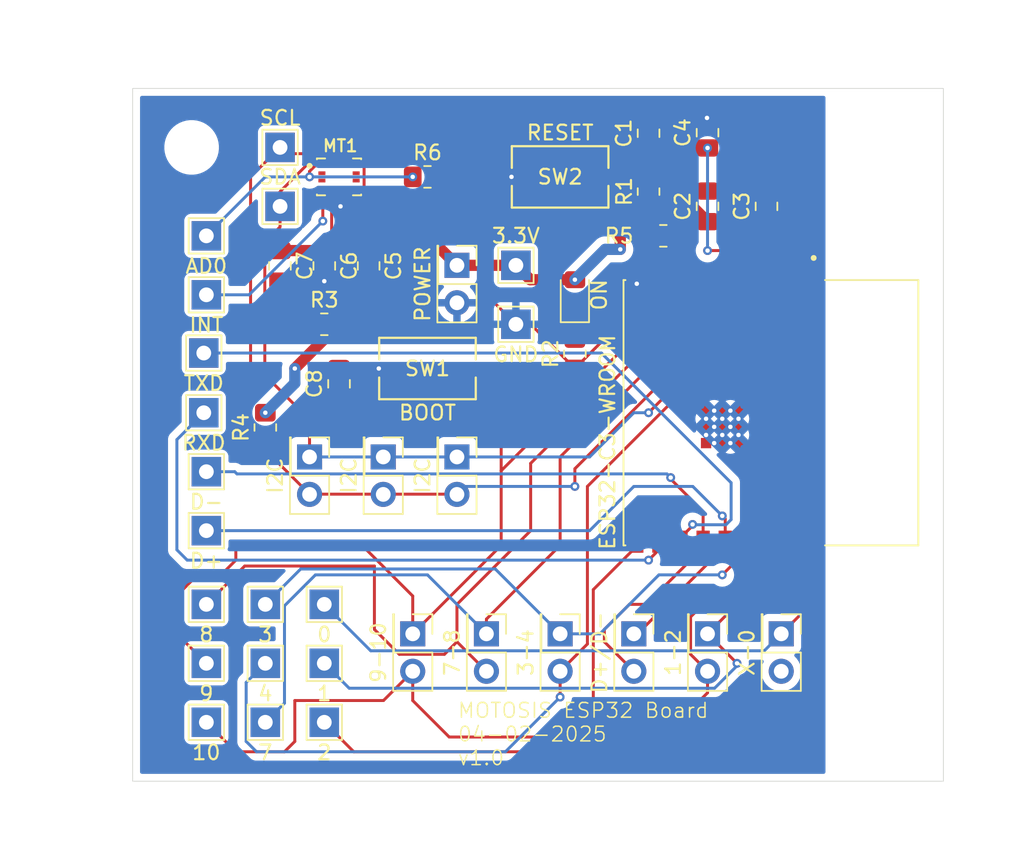
<source format=kicad_pcb>
(kicad_pcb (version 20240108) (generator "pcbnew") (generator_version "8.0")
  (layers (0 "F.Cu" signal) (31 "B.Cu" signal) (34 "B.Paste" user) (35 "F.Paste" user) (36 "B.SilkS" user "B.Silkscreen") (37 "F.SilkS" user "F.Silkscreen") (38 "B.Mask" user) (39 "F.Mask" user) (44 "Edge.Cuts" user))
  (net 0 "")
  (net 1 "GND")
  (net 2 "+3.3V")
  (net 3 "Net-(D1-K)")
  (net 4 "/D+")
  (net 5 "/D-")
  (net 6 "/SCL")
  (net 7 "/SDA")
  (net 9 "/0")
  (net 10 "/1")
  (net 11 "/2")
  (net 12 "/4")
  (net 13 "/3")
  (net 14 "/8")
  (net 15 "/7")
  (net 16 "/9")
  (net 17 "/10")
  (net 22 "/AD0")
  (net 23 "/INT")
  (net 25 "/TXD")
  (net 26 "/RXD")
  (net 27 "Net-(U1-EN)")
  (footprint "TestPoint:TestPoint_THTPad_2.0x2.0mm_Drill1.0mm" (layer "F.Cu") (at 133 105)
    (property "Reference" "TP5")
    (property "Value" "0" (at 0 2.05 0) (layer "F.SilkS"))
    (pad "1" thru_hole rect (at 0 0) (size 2 2) (drill 1) (layers "*.Cu" "*.Mask") (net 9 "/0"))
  )
  (footprint "TestPoint:TestPoint_THTPad_2.0x2.0mm_Drill1.0mm" (layer "F.Cu") (at 133 109)
    (property "Reference" "TP6")
    (property "Value" "1" (at 0 2.05 0) (layer "F.SilkS"))
    (pad "1" thru_hole rect (at 0 0) (size 2 2) (drill 1) (layers "*.Cu" "*.Mask") (net 10 "/1"))
  )
  (footprint "Resistor_SMD:R_0805_2012Metric_Pad1.20x1.40mm_HandSolder" (layer "F.Cu") (at 150 88 90)
    (property "Reference" "R2" (at 0 -1.65 90) (layer "F.SilkS"))
    (property "Value" "600R")
    (pad "1" smd roundrect (at -1 0 90) (size 1.2 1.4) (layers "F.Cu" "F.Paste" "F.Mask") (roundrect_rratio 0.208333) (net 1 "GND"))
    (pad "2" smd roundrect (at 1 0 90) (size 1.2 1.4) (layers "F.Cu" "F.Paste" "F.Mask") (roundrect_rratio 0.208333) (net 3 "Net-(D1-K)"))
  )
  (footprint "LED_SMD:LED_0805_2012Metric_Pad1.15x1.40mm_HandSolder" (layer "F.Cu") (at 150 84 90)
    (property "Reference" "D1")
    (property "Value" "ON" (at 0 1.65 90) (layer "F.SilkS"))
    (pad "1" smd roundrect (at -1.025 0 90) (size 1.15 1.4) (layers "F.Cu" "F.Paste" "F.Mask") (roundrect_rratio 0.217391) (net 3 "Net-(D1-K)"))
    (pad "2" smd roundrect (at 1.025 0 90) (size 1.15 1.4) (layers "F.Cu" "F.Paste" "F.Mask") (roundrect_rratio 0.217391) (net 2 "+3.3V"))
  )
  (footprint "Connector_PinHeader_2.54mm:PinHeader_2x01_P2.54mm_Vertical" (layer "F.Cu") (at 149 107 -90)
    (property "Reference" "J6")
    (property "Value" "3-4" (at 1.27 2.33 -90) (layer "F.SilkS"))
    (pad "1" thru_hole rect (at 0 0 270) (size 1.7 1.7) (drill 1) (layers "*.Cu" "*.Mask") (net 13 "/3"))
    (pad "2" thru_hole oval (at 2.54 0 270) (size 1.7 1.7) (drill 1) (layers "*.Cu" "*.Mask") (net 12 "/4"))
  )
  (footprint "Resistor_SMD:R_0805_2012Metric_Pad1.20x1.40mm_HandSolder" (layer "F.Cu") (at 129 93 90)
    (property "Reference" "R4" (at 0 -1.65 90) (layer "F.SilkS"))
    (property "Value" "4k7")
    (pad "1" smd roundrect (at -1 0 90) (size 1.2 1.4) (layers "F.Cu" "F.Paste" "F.Mask") (roundrect_rratio 0.208333) (net 6 "/SCL"))
    (pad "2" smd roundrect (at 1 0 90) (size 1.2 1.4) (layers "F.Cu" "F.Paste" "F.Mask") (roundrect_rratio 0.208333) (net 2 "+3.3V"))
  )
  (footprint "TestPoint:TestPoint_THTPad_2.0x2.0mm_Drill1.0mm" (layer "F.Cu") (at 129 105)
    (property "Reference" "TP8")
    (property "Value" "3" (at 0 2.05 0) (layer "F.SilkS"))
    (pad "1" thru_hole rect (at 0 0) (size 2 2) (drill 1) (layers "*.Cu" "*.Mask") (net 13 "/3"))
  )
  (footprint "MountingHole:MountingHole_3.2mm_M3" (layer "F.Cu") (at 171 74)
    (property "Reference" "REF**")
    (property "Value" "MountingHole_3.2mm_M3")
    (pad "" np_thru_hole circle (at 0 0) (size 3.2 3.2) (drill 3.2) (layers "*.Cu" "*.Mask"))
  )
  (footprint "Connector_PinHeader_2.54mm:PinHeader_2x01_P2.54mm_Vertical" (layer "F.Cu") (at 139 107 -90)
    (property "Reference" "J8")
    (property "Value" "9-10" (at 1.27 2.33 -90) (layer "F.SilkS"))
    (pad "1" thru_hole rect (at 0 0 270) (size 1.7 1.7) (drill 1) (layers "*.Cu" "*.Mask") (net 16 "/9"))
    (pad "2" thru_hole oval (at 2.54 0 270) (size 1.7 1.7) (drill 1) (layers "*.Cu" "*.Mask") (net 17 "/10"))
  )
  (footprint "Capacitor_SMD:C_0805_2012Metric_Pad1.18x1.45mm_HandSolder" (layer "F.Cu") (at 163 78 90)
    (property "Reference" "C3" (at 0 -1.68 90) (layer "F.SilkS"))
    (property "Value" "0.1uF")
    (pad "1" smd roundrect (at -1.0375 0 90) (size 1.175 1.45) (layers "F.Cu" "F.Paste" "F.Mask") (roundrect_rratio 0.212766) (net 2 "+3.3V"))
    (pad "2" smd roundrect (at 1.0375 0 90) (size 1.175 1.45) (layers "F.Cu" "F.Paste" "F.Mask") (roundrect_rratio 0.212766) (net 1 "GND"))
  )
  (footprint "Connector_PinHeader_2.54mm:PinHeader_2x01_P2.54mm_Vertical" (layer "F.Cu") (at 132 95 -90)
    (property "Reference" "J10")
    (property "Value" "I2C" (at 1.27 2.33 -90) (layer "F.SilkS"))
    (pad "1" thru_hole rect (at 0 0 270) (size 1.7 1.7) (drill 1) (layers "*.Cu" "*.Mask") (net 7 "/SDA"))
    (pad "2" thru_hole oval (at 2.54 0 270) (size 1.7 1.7) (drill 1) (layers "*.Cu" "*.Mask") (net 6 "/SCL"))
  )
  (footprint "Connector_PinHeader_2.54mm:PinHeader_2x01_P2.54mm_Vertical" (layer "F.Cu") (at 144 107 -90)
    (property "Reference" "J7")
    (property "Value" "7-8" (at 1.27 2.33 -90) (layer "F.SilkS"))
    (pad "1" thru_hole rect (at 0 0 270) (size 1.7 1.7) (drill 1) (layers "*.Cu" "*.Mask") (net 15 "/7"))
    (pad "2" thru_hole oval (at 2.54 0 270) (size 1.7 1.7) (drill 1) (layers "*.Cu" "*.Mask") (net 14 "/8"))
  )
  (footprint "Connector_PinHeader_2.54mm:PinHeader_2x01_P2.54mm_Vertical" (layer "F.Cu") (at 137 95 -90)
    (property "Reference" "J9")
    (property "Value" "I2C" (at 1.27 2.33 -90) (layer "F.SilkS"))
    (pad "1" thru_hole rect (at 0 0 270) (size 1.7 1.7) (drill 1) (layers "*.Cu" "*.Mask") (net 7 "/SDA"))
    (pad "2" thru_hole oval (at 2.54 0 270) (size 1.7 1.7) (drill 1) (layers "*.Cu" "*.Mask") (net 6 "/SCL"))
  )
  (footprint "button:SW2_PTS636 SM25F SMTR LFS_CNK" (layer "F.Cu") (at 140 89)
    (property "Reference" "SW1" (at 0 0 0) (layer "F.SilkS"))
    (property "Value" "BOOT" (at 0 3 0) (layer "F.SilkS"))
    (pad "1" smd rect (at -3.3007 0) (size 2.1082 0.5588) (layers "F.Cu" "F.Paste" "F.Mask") (net 1 "GND"))
    (pad "2" smd rect (at 3.3007 0) (size 2.1082 0.5588) (layers "F.Cu" "F.Paste" "F.Mask") (net 16 "/9"))
  )
  (footprint "Resistor_SMD:R_0805_2012Metric_Pad1.20x1.40mm_HandSolder" (layer "F.Cu") (at 155 77 90)
    (property "Reference" "R1" (at 0 -1.65 90) (layer "F.SilkS"))
    (property "Value" "10k")
    (pad "1" smd roundrect (at -1 0 90) (size 1.2 1.4) (layers "F.Cu" "F.Paste" "F.Mask") (roundrect_rratio 0.208333) (net 2 "+3.3V"))
    (pad "2" smd roundrect (at 1 0 90) (size 1.2 1.4) (layers "F.Cu" "F.Paste" "F.Mask") (roundrect_rratio 0.208333) (net 27 "Net-(U1-EN)"))
  )
  (footprint "TestPoint:TestPoint_THTPad_2.0x2.0mm_Drill1.0mm" (layer "F.Cu") (at 129 113)
    (property "Reference" "TP12")
    (property "Value" "7" (at 0 2.05 0) (layer "F.SilkS"))
    (pad "1" thru_hole rect (at 0 0) (size 2 2) (drill 1) (layers "*.Cu" "*.Mask") (net 15 "/7"))
  )
  (footprint "TestPoint:TestPoint_THTPad_2.0x2.0mm_Drill1.0mm" (layer "F.Cu") (at 125 96)
    (property "Reference" "TP11")
    (property "Value" "D-" (at 0 2.05 0) (layer "F.SilkS"))
    (pad "1" thru_hole rect (at 0 0) (size 2 2) (drill 1) (layers "*.Cu" "*.Mask") (net 5 "/D-"))
  )
  (footprint "button:SW2_PTS636 SM25F SMTR LFS_CNK" (layer "F.Cu") (at 149 76)
    (property "Reference" "SW2" (at 0 0 0) (layer "F.SilkS"))
    (property "Value" "RESET" (at 0 -3 0) (layer "F.SilkS"))
    (pad "1" smd rect (at -3.3007 0) (size 2.1082 0.5588) (layers "F.Cu" "F.Paste" "F.Mask") (net 1 "GND"))
    (pad "2" smd rect (at 3.3007 0) (size 2.1082 0.5588) (layers "F.Cu" "F.Paste" "F.Mask") (net 27 "Net-(U1-EN)"))
  )
  (footprint "TestPoint:TestPoint_THTPad_2.0x2.0mm_Drill1.0mm" (layer "F.Cu") (at 146 82)
    (property "Reference" "TP1")
    (property "Value" "3.3V" (at 0 -2 0) (layer "F.SilkS"))
    (pad "1" thru_hole rect (at 0 0) (size 2 2) (drill 1) (layers "*.Cu" "*.Mask") (net 2 "+3.3V"))
  )
  (footprint "TestPoint:TestPoint_THTPad_2.0x2.0mm_Drill1.0mm" (layer "F.Cu") (at 125 80)
    (property "Reference" "TP16")
    (property "Value" "AD0" (at 0 2.05 0) (layer "F.SilkS"))
    (pad "1" thru_hole rect (at 0 0) (size 2 2) (drill 1) (layers "*.Cu" "*.Mask") (net 22 "/AD0"))
  )
  (footprint "TestPoint:TestPoint_THTPad_2.0x2.0mm_Drill1.0mm" (layer "F.Cu") (at 133 113)
    (property "Reference" "TP7")
    (property "Value" "2" (at 0 2.05 0) (layer "F.SilkS"))
    (pad "1" thru_hole rect (at 0 0) (size 2 2) (drill 1) (layers "*.Cu" "*.Mask") (net 11 "/2"))
  )
  (footprint "MountingHole:MountingHole_3.2mm_M3" (layer "F.Cu") (at 171 113)
    (property "Reference" "REF**")
    (property "Value" "MountingHole_3.2mm_M3")
    (pad "" np_thru_hole circle (at 0 0) (size 3.2 3.2) (drill 3.2) (layers "*.Cu" "*.Mask"))
  )
  (footprint "Connector_PinHeader_2.54mm:PinHeader_2x01_P2.54mm_Vertical" (layer "F.Cu") (at 164 107 -90)
    (property "Reference" "J4")
    (property "Value" "X-0" (at 1.27 2.33 270) (layer "F.SilkS"))
    (pad "1" thru_hole rect (at 0 0 270) (size 1.7 1.7) (drill 1) (layers "*.Cu" "*.Mask") (net 9 "/0"))
    (pad "2" thru_hole oval (at 2.54 0 270) (size 1.7 1.7) (drill 1) (layers "*.Cu" "*.Mask"))
  )
  (footprint "TestPoint:TestPoint_THTPad_2.0x2.0mm_Drill1.0mm" (layer "F.Cu") (at 125 113)
    (property "Reference" "TP15")
    (property "Value" "10" (at 0 2.05 0) (layer "F.SilkS"))
    (pad "1" thru_hole rect (at 0 0) (size 2 2) (drill 1) (layers "*.Cu" "*.Mask") (net 17 "/10"))
  )
  (footprint "TestPoint:TestPoint_THTPad_2.0x2.0mm_Drill1.0mm" (layer "F.Cu") (at 124.825 87.95)
    (property "Reference" "TP18")
    (property "Value" "TXD" (at 0 2.05 0) (layer "F.SilkS"))
    (pad "1" thru_hole rect (at 0 0) (size 2 2) (drill 1) (layers "*.Cu" "*.Mask") (net 25 "/TXD"))
  )
  (footprint "Capacitor_SMD:C_0805_2012Metric_Pad1.18x1.45mm_HandSolder" (layer "F.Cu") (at 133 82.0375 -90)
    (property "Reference" "C6" (at 0 -1.68 90) (layer "F.SilkS"))
    (property "Value" "0.1uF")
    (pad "1" smd roundrect (at -1.0375 0 270) (size 1.175 1.45) (layers "F.Cu" "F.Paste" "F.Mask") (roundrect_rratio 0.212766) (net 2 "+3.3V"))
    (pad "2" smd roundrect (at 1.0375 0 270) (size 1.175 1.45) (layers "F.Cu" "F.Paste" "F.Mask") (roundrect_rratio 0.212766) (net 1 "GND"))
  )
  (footprint "MountingHole:MountingHole_3.2mm_M3" (layer "F.Cu") (at 124 74)
    (property "Reference" "REF**")
    (property "Value" "MountingHole_3.2mm_M3")
    (pad "" np_thru_hole circle (at 0 0) (size 3.2 3.2) (drill 3.2) (layers "*.Cu" "*.Mask"))
  )
  (footprint "Connector_PinHeader_2.54mm:PinHeader_2x01_P2.54mm_Vertical" (layer "F.Cu") (at 142 82 -90)
    (property "Reference" "J1")
    (property "Value" "POWER" (at 1.27 2.33 -90) (layer "F.SilkS"))
    (pad "1" thru_hole rect (at 0 0 270) (size 1.7 1.7) (drill 1) (layers "*.Cu" "*.Mask") (net 2 "+3.3V"))
    (pad "2" thru_hole oval (at 2.54 0 270) (size 1.7 1.7) (drill 1) (layers "*.Cu" "*.Mask") (net 1 "GND"))
  )
  (footprint "Resistor_SMD:R_0805_2012Metric_Pad1.20x1.40mm_HandSolder" (layer "F.Cu") (at 133 86)
    (property "Reference" "R3" (at 0 -1.65 0) (layer "F.SilkS"))
    (property "Value" "4k7")
    (pad "1" smd roundrect (at -1 0) (size 1.2 1.4) (layers "F.Cu" "F.Paste" "F.Mask") (roundrect_rratio 0.208333) (net 7 "/SDA"))
    (pad "2" smd roundrect (at 1 0) (size 1.2 1.4) (layers "F.Cu" "F.Paste" "F.Mask") (roundrect_rratio 0.208333) (net 2 "+3.3V"))
  )
  (footprint "Capacitor_SMD:C_0805_2012Metric_Pad1.18x1.45mm_HandSolder" (layer "F.Cu") (at 136.01 82.0375 -90)
    (property "Reference" "C5" (at 0 -1.68 90) (layer "F.SilkS"))
    (property "Value" "2.2uF")
    (pad "1" smd roundrect (at -1.0375 0 270) (size 1.175 1.45) (layers "F.Cu" "F.Paste" "F.Mask") (roundrect_rratio 0.212766) (net 2 "+3.3V"))
    (pad "2" smd roundrect (at 1.0375 0 270) (size 1.175 1.45) (layers "F.Cu" "F.Paste" "F.Mask") (roundrect_rratio 0.212766) (net 1 "GND"))
  )
  (footprint "Resistor_SMD:R_0805_2012Metric_Pad1.20x1.40mm_HandSolder" (layer "F.Cu") (at 156 80)
    (property "Reference" "R5" (at -3 0 0) (layer "F.SilkS"))
    (property "Value" "10k")
    (pad "1" smd roundrect (at -1 0) (size 1.2 1.4) (layers "F.Cu" "F.Paste" "F.Mask") (roundrect_rratio 0.208333) (net 14 "/8"))
    (pad "2" smd roundrect (at 1 0) (size 1.2 1.4) (layers "F.Cu" "F.Paste" "F.Mask") (roundrect_rratio 0.208333) (net 2 "+3.3V"))
  )
  (footprint "Connector_PinHeader_2.54mm:PinHeader_2x01_P2.54mm_Vertical" (layer "F.Cu") (at 142 95 -90)
    (property "Reference" "J3")
    (property "Value" "I2C" (at 1.27 2.33 -90) (layer "F.SilkS"))
    (pad "1" thru_hole rect (at 0 0 270) (size 1.7 1.7) (drill 1) (layers "*.Cu" "*.Mask") (net 7 "/SDA"))
    (pad "2" thru_hole oval (at 2.54 0 270) (size 1.7 1.7) (drill 1) (layers "*.Cu" "*.Mask") (net 6 "/SCL"))
  )
  (footprint "TestPoint:TestPoint_THTPad_2.0x2.0mm_Drill1.0mm" (layer "F.Cu") (at 146 86)
    (property "Reference" "TP2")
    (property "Value" "GND" (at 0 2.05 0) (layer "F.SilkS"))
    (pad "1" thru_hole rect (at 0 0) (size 2 2) (drill 1) (layers "*.Cu" "*.Mask") (net 1 "GND"))
  )
  (footprint "TestPoint:TestPoint_THTPad_2.0x2.0mm_Drill1.0mm" (layer "F.Cu") (at 130 74)
    (property "Reference" "TP4")
    (property "Value" "SCL" (at 0 -2 0) (layer "F.SilkS"))
    (pad "1" thru_hole rect (at 0 0) (size 2 2) (drill 1) (layers "*.Cu" "*.Mask") (net 6 "/SCL"))
  )
  (footprint "TestPoint:TestPoint_THTPad_2.0x2.0mm_Drill1.0mm" (layer "F.Cu") (at 130 78)
    (property "Reference" "TP3")
    (property "Value" "SDA" (at 0 -2 0) (layer "F.SilkS"))
    (pad "1" thru_hole rect (at 0 0) (size 2 2) (drill 1) (layers "*.Cu" "*.Mask") (net 7 "/SDA"))
  )
  (footprint "TestPoint:TestPoint_THTPad_2.0x2.0mm_Drill1.0mm" (layer "F.Cu") (at 129 109)
    (property "Reference" "TP9")
    (property "Value" "4" (at 0 2.05 0) (layer "F.SilkS"))
    (pad "1" thru_hole rect (at 0 0) (size 2 2) (drill 1) (layers "*.Cu" "*.Mask") (net 12 "/4"))
  )
  (footprint "Capacitor_SMD:C_0805_2012Metric_Pad1.18x1.45mm_HandSolder" (layer "F.Cu") (at 129.99 82.0375 -90)
    (property "Reference" "C7" (at 0 -1.68 90) (layer "F.SilkS"))
    (property "Value" "10uF")
    (pad "1" smd roundrect (at -1.0375 0 270) (size 1.175 1.45) (layers "F.Cu" "F.Paste" "F.Mask") (roundrect_rratio 0.212766) (net 2 "+3.3V"))
    (pad "2" smd roundrect (at 1.0375 0 270) (size 1.175 1.45) (layers "F.Cu" "F.Paste" "F.Mask") (roundrect_rratio 0.212766) (net 1 "GND"))
  )
  (footprint "TestPoint:TestPoint_THTPad_2.0x2.0mm_Drill1.0mm" (layer "F.Cu") (at 125 105)
    (property "Reference" "TP13")
    (property "Value" "8" (at 0 2.05 0) (layer "F.SilkS"))
    (pad "1" thru_hole rect (at 0 0) (size 2 2) (drill 1) (layers "*.Cu" "*.Mask") (net 14 "/8"))
  )
  (footprint "TestPoint:TestPoint_THTPad_2.0x2.0mm_Drill1.0mm" (layer "F.Cu") (at 124.825 92)
    (property "Reference" "TP19")
    (property "Value" "RXD" (at 0 2.05 0) (layer "F.SilkS"))
    (pad "1" thru_hole rect (at 0 0) (size 2 2) (drill 1) (layers "*.Cu" "*.Mask") (net 26 "/RXD"))
  )
  (footprint "Capacitor_SMD:C_0805_2012Metric_Pad1.18x1.45mm_HandSolder" (layer "F.Cu") (at 159 78 90)
    (property "Reference" "C2" (at 0 -1.68 90) (layer "F.SilkS"))
    (property "Value" "10uF")
    (pad "1" smd roundrect (at -1.0375 0 90) (size 1.175 1.45) (layers "F.Cu" "F.Paste" "F.Mask") (roundrect_rratio 0.212766) (net 2 "+3.3V"))
    (pad "2" smd roundrect (at 1.0375 0 90) (size 1.175 1.45) (layers "F.Cu" "F.Paste" "F.Mask") (roundrect_rratio 0.212766) (net 1 "GND"))
  )
  (footprint "Connector_PinHeader_2.54mm:PinHeader_2x01_P2.54mm_Vertical" (layer "F.Cu") (at 154 107 -90)
    (property "Reference" "J2")
    (property "Value" "D+/D-" (at 1.27 2.33 -90) (layer "F.SilkS"))
    (pad "1" thru_hole rect (at 0 0 270) (size 1.7 1.7) (drill 1) (layers "*.Cu" "*.Mask") (net 4 "/D+"))
    (pad "2" thru_hole oval (at 2.54 0 270) (size 1.7 1.7) (drill 1) (layers "*.Cu" "*.Mask") (net 5 "/D-"))
  )
  (footprint "TestPoint:TestPoint_THTPad_2.0x2.0mm_Drill1.0mm" (layer "F.Cu") (at 125 100)
    (property "Reference" "TP10")
    (property "Value" "D+" (at 0 2.05 0) (layer "F.SilkS"))
    (pad "1" thru_hole rect (at 0 0) (size 2 2) (drill 1) (layers "*.Cu" "*.Mask") (net 4 "/D+"))
  )
  (footprint "Resistor_SMD:R_0805_2012Metric_Pad1.20x1.40mm_HandSolder" (layer "F.Cu") (at 140 76)
    (property "Reference" "R6" (at 0 -1.65 0) (layer "F.SilkS"))
    (property "Value" "1k")
    (pad "1" smd roundrect (at -1 0) (size 1.2 1.4) (layers "F.Cu" "F.Paste" "F.Mask") (roundrect_rratio 0.208333) (net 22 "/AD0"))
    (pad "2" smd roundrect (at 1 0) (size 1.2 1.4) (layers "F.Cu" "F.Paste" "F.Mask") (roundrect_rratio 0.208333) (net 1 "GND"))
  )
  (footprint "TestPoint:TestPoint_THTPad_2.0x2.0mm_Drill1.0mm" (layer "F.Cu") (at 125 109)
    (property "Reference" "TP14")
    (property "Value" "9" (at 0 2.05 0) (layer "F.SilkS"))
    (pad "1" thru_hole rect (at 0 0) (size 2 2) (drill 1) (layers "*.Cu" "*.Mask") (net 16 "/9"))
  )
  (footprint "ICM_42670_P:XDCR_ICM-42670-P" (layer "F.Cu") (at 134 76)
    (property "Reference" "MT1" (at 0.082 -2.1064 0) (layer "F.SilkS") (effects (font (size 0.8128 0.8128))))
    (property "Value" "ICM-42670-P")
    (pad "1" smd rect (at -1.1625 -0.75) (size 0.475 0.25) (layers "F.Cu") (net 22 "/AD0"))
    (pad "2" smd rect (at -1.1625 -0.25) (size 0.475 0.25) (layers "F.Cu"))
    (pad "3" smd rect (at -1.1625 0.25) (size 0.475 0.25) (layers "F.Cu"))
    (pad "4" smd rect (at -1.1625 0.75) (size 0.475 0.25) (layers "F.Cu") (net 23 "/INT"))
    (pad "5" smd rect (at -0.5 0.9125) (size 0.25 0.475) (layers "F.Cu") (net 2 "+3.3V"))
    (pad "6" smd rect (at 0 0.9125) (size 0.25 0.475) (layers "F.Cu") (net 1 "GND"))
    (pad "7" smd rect (at 0.5 0.9125) (size 0.25 0.475) (layers "F.Cu") (net 1 "GND"))
    (pad "8" smd rect (at 1.1625 0.75) (size 0.475 0.25) (layers "F.Cu") (net 2 "+3.3V"))
    (pad "9" smd rect (at 1.1625 0.25) (size 0.475 0.25) (layers "F.Cu"))
    (pad "10" smd rect (at 1.1625 -0.25) (size 0.475 0.25) (layers "F.Cu"))
    (pad "11" smd rect (at 1.1625 -0.75) (size 0.475 0.25) (layers "F.Cu"))
    (pad "12" smd rect (at 0.5 -0.9125) (size 0.25 0.475) (layers "F.Cu") (net 2 "+3.3V"))
    (pad "13" smd rect (at 0 -0.9125) (size 0.25 0.475) (layers "F.Cu") (net 6 "/SCL"))
    (pad "14" smd rect (at -0.5 -0.9125) (size 0.25 0.475) (layers "F.Cu") (net 7 "/SDA"))
  )
  (footprint "Capacitor_SMD:C_0805_2012Metric_Pad1.18x1.45mm_HandSolder" (layer "F.Cu") (at 134 90.0375 90)
    (property "Reference" "C8" (at 0 -1.68 90) (layer "F.SilkS"))
    (property "Value" "0.1uF")
    (pad "1" smd roundrect (at -1.0375 0 90) (size 1.175 1.45) (layers "F.Cu" "F.Paste" "F.Mask") (roundrect_rratio 0.212766) (net 16 "/9"))
    (pad "2" smd roundrect (at 1.0375 0 90) (size 1.175 1.45) (layers "F.Cu" "F.Paste" "F.Mask") (roundrect_rratio 0.212766) (net 1 "GND"))
  )
  (footprint "ESP32:MODULE_ESP32-C3-WROOM-02-H4" (layer "F.Cu") (at 163.3 92 -90)
    (property "Reference" "U1")
    (property "Value" "ESP32-C3-WROOM" (at 2 11.085 90) (layer "F.SilkS"))
    (pad "1" smd rect (at -8.75 -2.9 270) (size 1.5 0.9) (layers "F.Cu" "F.Paste" "F.Mask") (net 2 "+3.3V"))
    (pad "2" smd rect (at -8.75 -1.4 270) (size 1.5 0.9) (layers "F.Cu" "F.Paste" "F.Mask") (net 27 "Net-(U1-EN)"))
    (pad "3" smd rect (at -8.75 0.1 270) (size 1.5 0.9) (layers "F.Cu" "F.Paste" "F.Mask") (net 12 "/4"))
    (pad "4" smd rect (at -8.75 1.6 270) (size 1.5 0.9) (layers "F.Cu" "F.Paste" "F.Mask") (net 7 "/SDA"))
    (pad "5" smd rect (at -8.75 3.1 270) (size 1.5 0.9) (layers "F.Cu" "F.Paste" "F.Mask") (net 6 "/SCL"))
    (pad "6" smd rect (at -8.75 4.6 270) (size 1.5 0.9) (layers "F.Cu" "F.Paste" "F.Mask") (net 15 "/7"))
    (pad "7" smd rect (at -8.75 6.1 270) (size 1.5 0.9) (layers "F.Cu" "F.Paste" "F.Mask") (net 14 "/8"))
    (pad "8" smd rect (at -8.75 7.6 270) (size 1.5 0.9) (layers "F.Cu" "F.Paste" "F.Mask") (net 16 "/9"))
    (pad "9" smd rect (at -8.75 9.1 270) (size 1.5 0.9) (layers "F.Cu" "F.Paste" "F.Mask") (net 1 "GND"))
    (pad "10" smd rect (at 8.75 9.1 270) (size 1.5 0.9) (layers "F.Cu" "F.Paste" "F.Mask") (net 17 "/10"))
    (pad "11" smd rect (at 8.75 7.6 270) (size 1.5 0.9) (layers "F.Cu" "F.Paste" "F.Mask") (net 26 "/RXD"))
    (pad "12" smd rect (at 8.75 6.1 270) (size 1.5 0.9) (layers "F.Cu" "F.Paste" "F.Mask") (net 25 "/TXD"))
    (pad "13" smd rect (at 8.75 4.6 270) (size 1.5 0.9) (layers "F.Cu" "F.Paste" "F.Mask") (net 5 "/D-"))
    (pad "14" smd rect (at 8.75 3.1 270) (size 1.5 0.9) (layers "F.Cu" "F.Paste" "F.Mask") (net 4 "/D+"))
    (pad "15" smd rect (at 8.75 1.6 270) (size 1.5 0.9) (layers "F.Cu" "F.Paste" "F.Mask") (net 13 "/3"))
    (pad "16" smd rect (at 8.75 0.1 270) (size 1.5 0.9) (layers "F.Cu" "F.Paste" "F.Mask") (net 11 "/2"))
    (pad "17" smd rect (at 8.75 -1.4 270) (size 1.5 0.9) (layers "F.Cu" "F.Paste" "F.Mask") (net 10 "/1"))
    (pad "18" smd rect (at 8.75 -2.9 270) (size 1.5 0.9) (layers "F.Cu" "F.Paste" "F.Mask") (net 9 "/0"))
    (pad "19" smd rect (at -0.14 2.2 270) (size 0.7 0.7) (layers "F.Cu" "F.Paste" "F.Mask") (net 1 "GND"))
    (pad "20" smd rect (at 0.96 2.2 270) (size 0.7 0.7) (layers "F.Cu" "F.Paste" "F.Mask") (net 1 "GND"))
    (pad "21" smd rect (at 2.06 2.2 270) (size 0.7 0.7) (layers "F.Cu" "F.Paste" "F.Mask") (net 1 "GND"))
    (pad "22" smd rect (at -0.14 3.3 270) (size 0.7 0.7) (layers "F.Cu" "F.Paste" "F.Mask") (net 1 "GND"))
    (pad "23" smd rect (at 0.96 3.3 270) (size 0.7 0.7) (layers "F.Cu" "F.Paste" "F.Mask") (net 1 "GND"))
    (pad "24" smd rect (at 2.06 3.3 270) (size 0.7 0.7) (layers "F.Cu" "F.Paste" "F.Mask") (net 1 "GND"))
    (pad "25" smd rect (at -0.14 4.4 270) (size 0.7 0.7) (layers "F.Cu" "F.Paste" "F.Mask") (net 1 "GND"))
    (pad "26" smd rect (at 0.96 4.4 270) (size 0.7 0.7) (layers "F.Cu" "F.Paste" "F.Mask") (net 1 "GND"))
    (pad "27" smd rect (at 2.06 4.4 270) (size 0.7 0.7) (layers "F.Cu" "F.Paste" "F.Mask") (net 1 "GND"))
    (pad "28" thru_hole circle (at 0.41 2.2 270) (size 0.45 0.45) (drill 0.3) (layers "*.Cu") (net 1 "GND"))
    (pad "29" thru_hole circle (at 1.51 2.2 270) (size 0.45 0.45) (drill 0.3) (layers "*.Cu") (net 1 "GND"))
    (pad "30" thru_hole circle (at -0.14 2.75 270) (size 0.45 0.45) (drill 0.3) (layers "*.Cu") (net 1 "GND"))
    (pad "31" thru_hole circle (at 0.96 2.75 270) (size 0.45 0.45) (drill 0.3) (layers "*.Cu") (net 1 "GND"))
    (pad "32" thru_hole circle (at 2.06 2.75 270) (size 0.45 0.45) (drill 0.3) (layers "*.Cu") (net 1 "GND"))
    (pad "33" thru_hole circle (at 0.41 3.3 270) (size 0.45 0.45) (drill 0.3) (layers "*.Cu") (net 1 "GND"))
    (pad "34" thru_hole circle (at 1.51 3.3 270) (size 0.45 0.45) (drill 0.3) (layers "*.Cu") (net 1 "GND"))
    (pad "35" thru_hole circle (at -0.14 3.85 270) (size 0.45 0.45) (drill 0.3) (layers "*.Cu") (net 1 "GND"))
    (pad "36" thru_hole circle (at 0.96 3.85 270) (size 0.45 0.45) (drill 0.3) (layers "*.Cu") (net 1 "GND"))
    (pad "37" thru_hole circle (at 2.06 3.85 270) (size 0.45 0.45) (drill 0.3) (layers "*.Cu") (net 1 "GND"))
    (pad "38" thru_hole circle (at 0.41 4.4 270) (size 0.45 0.45) (drill 0.3) (layers "*.Cu") (net 1 "GND"))
    (pad "39" thru_hole circle (at 1.51 4.4 270) (size 0.45 0.45) (drill 0.3) (layers "*.Cu") (net 1 "GND"))
    (zone (net 0) (net_name "") (layer "B.Cu") (connect_pads (clearance 0)) (min_thickness 0.01)
      (keepout (tracks not_allowed) (vias not_allowed) (pads not_allowed) (copperpour not_allowed) (footprints allowed))
      (fill (thermal_gap 0.508) (thermal_bridge_width 0.508))
      (polygon (pts (xy 173.3 83) (xy 173.3 101) (xy 167.3 101) (xy 167.3 83)))
    )
  )
  (footprint "Connector_PinHeader_2.54mm:PinHeader_2x01_P2.54mm_Vertical" (layer "F.Cu") (at 159 107 -90)
    (property "Reference" "J5")
    (property "Value" "1-2" (at 1.27 2.33 -90) (layer "F.SilkS"))
    (pad "1" thru_hole rect (at 0 0 270) (size 1.7 1.7) (drill 1) (layers "*.Cu" "*.Mask") (net 10 "/1"))
    (pad "2" thru_hole oval (at 2.54 0 270) (size 1.7 1.7) (drill 1) (layers "*.Cu" "*.Mask") (net 11 "/2"))
  )
  (footprint "TestPoint:TestPoint_THTPad_2.0x2.0mm_Drill1.0mm" (layer "F.Cu") (at 125 84)
    (property "Reference" "TP17")
    (property "Value" "INT" (at 0 2.05 0) (layer "F.SilkS"))
    (pad "1" thru_hole rect (at 0 0) (size 2 2) (drill 1) (layers "*.Cu" "*.Mask") (net 23 "/INT"))
  )
  (footprint "Capacitor_SMD:C_0805_2012Metric_Pad1.18x1.45mm_HandSolder" (layer "F.Cu") (at 155 73.0375 90)
    (property "Reference" "C1" (at 0 -1.68 90) (layer "F.SilkS"))
    (property "Value" "1uF")
    (pad "1" smd roundrect (at -1.0375 0 90) (size 1.175 1.45) (layers "F.Cu" "F.Paste" "F.Mask") (roundrect_rratio 0.212766) (net 27 "Net-(U1-EN)"))
    (pad "2" smd roundrect (at 1.0375 0 90) (size 1.175 1.45) (layers "F.Cu" "F.Paste" "F.Mask") (roundrect_rratio 0.212766) (net 1 "GND"))
  )
  (footprint "Capacitor_SMD:C_0805_2012Metric_Pad1.18x1.45mm_HandSolder" (layer "F.Cu") (at 159 73 90)
    (property "Reference" "C4" (at 0 -1.68 90) (layer "F.SilkS"))
    (property "Value" "0.1uF")
    (pad "1" smd roundrect (at -1.0375 0 90) (size 1.175 1.45) (layers "F.Cu" "F.Paste" "F.Mask") (roundrect_rratio 0.212766) (net 27 "Net-(U1-EN)"))
    (pad "2" smd roundrect (at 1.0375 0 90) (size 1.175 1.45) (layers "F.Cu" "F.Paste" "F.Mask") (roundrect_rratio 0.212766) (net 1 "GND"))
  )
  (gr_rect (start 120 70) (end 175 117) (stroke (width 0.05)) (fill none) (layer "Edge.Cuts"))
  (gr_text "MOTOSIS ESP32 Board\n04-02-2025\nv1.0\n" (at 142 116 0) (layer "F.SilkS") (effects (font (size 1 1) (thickness 0.1)) (justify left bottom)))
  (segment (start 134 89) (end 136.6993 89) (width 0.2) (layer "F.Cu") (net 1))
  (segment (start 141 76) (end 145.6993 76) (width 0.2) (layer "F.Cu") (net 1))
  (segment (start 158.9 92.41) (end 158.9 92.96) (width 0.2) (layer "F.Cu") (net 1))
  (segment (start 158.9 92.41) (end 158.9 91.86) (width 0.2) (layer "F.Cu") (net 1))
  (segment (start 159.45 92.96) (end 158.9 92.96) (width 0.2) (layer "F.Cu") (net 1))
  (segment (start 160 93.51) (end 160 92.96) (width 0.2) (layer "F.Cu") (net 1))
  (segment (start 159.45 94.06) (end 158.9 94.06) (width 0.2) (layer "F.Cu") (net 1))
  (segment (start 129.99 83.075) (end 133 83.075) (width 0.2) (layer "F.Cu") (net 1))
  (segment (start 147 86) (end 150 89) (width 0.2) (layer "F.Cu") (net 1))
  (segment (start 160.55 92.96) (end 161.1 92.96) (width 0.2) (layer "F.Cu") (net 1))
  (segment (start 159 71.9625) (end 158.9625 72) (width 0.2) (layer "F.Cu") (net 1))
  (segment (start 161.1 91.86) (end 161.1 92.41) (width 0.2) (layer "F.Cu") (net 1))
  (segment (start 161.1 93.51) (end 161.1 92.96) (width 0.2) (layer "F.Cu") (net 1))
  (segment (start 159.45 91.86) (end 158.9 91.86) (width 0.2) (layer "F.Cu") (net 1))
  (segment (start 154.2 84.8) (end 154.2 83.25) (width 0.2) (layer "F.Cu") (net 1))
  (segment (start 142 84.525) (end 144.525 84.525) (width 0.2) (layer "F.Cu") (net 1))
  (segment (start 159.45 91.86) (end 160 91.86) (width 0.2) (layer "F.Cu") (net 1))
  (segment (start 159.45 92.96) (end 160 92.96) (width 0.2) (layer "F.Cu") (net 1))
  (segment (start 146 86) (end 147 86) (width 0.2) (layer "F.Cu") (net 1))
  (segment (start 160 91.86) (end 160 92.41) (width 0.2) (layer "F.Cu") (net 1))
  (segment (start 160 92.41) (end 160 92.96) (width 0.2) (layer "F.Cu") (net 1))
  (segment (start 159.45 94.06) (end 160 94.06) (width 0.2) (layer "F.Cu") (net 1))
  (segment (start 144.525 84.525) (end 146 86) (width 0.2) (layer "F.Cu") (net 1))
  (segment (start 161.1 94.06) (end 161.1 93.51) (width 0.2) (layer "F.Cu") (net 1))
  (segment (start 159 76.9625) (end 163 76.9625) (width 0.2) (layer "F.Cu") (net 1))
  (segment (start 160 91.86) (end 160.55 91.86) (width 0.2) (layer "F.Cu") (net 1))
  (segment (start 155 72) (end 158.9625 72) (width 0.2) (layer "F.Cu") (net 1))
  (segment (start 163 75.9625) (end 163 76.9625) (width 0.2) (layer "F.Cu") (net 1))
  (segment (start 150 89) (end 154.2 84.8) (width 0.2) (layer "F.Cu") (net 1))
  (segment (start 158.9 94.06) (end 158.9 93.51) (width 0.2) (layer "F.Cu") (net 1))
  (segment (start 159 71.9625) (end 163 75.9625) (width 0.2) (layer "F.Cu") (net 1))
  (segment (start 134 77.9) (end 134.1 78) (width 0.2) (layer "F.Cu") (net 1))
  (segment (start 160.55 94.06) (end 161.1 94.06) (width 0.2) (layer "F.Cu") (net 1))
  (segment (start 136.01 83.075) (end 133 83.075) (width 0.2) (layer "F.Cu") (net 1))
  (segment (start 160.55 91.86) (end 161.1 91.86) (width 0.2) (layer "F.Cu") (net 1))
  (segment (start 160 93.51) (end 160 94.06) (width 0.2) (layer "F.Cu") (net 1))
  (segment (start 161.1 92.41) (end 161.1 92.96) (width 0.2) (layer "F.Cu") (net 1))
  (segment (start 134.5 76.9125) (end 134 76.9125) (width 0.2) (layer "F.Cu") (net 1))
  (segment (start 158.9 93.51) (end 158.9 92.96) (width 0.2) (layer "F.Cu") (net 1))
  (segment (start 160.55 94.06) (end 160 94.06) (width 0.2) (layer "F.Cu") (net 1))
  (segment (start 134 76.9125) (end 134 77.9) (width 0.2) (layer "F.Cu") (net 1))
  (segment (start 160.55 92.96) (end 160 92.96) (width 0.2) (layer "F.Cu") (net 1))
  (via (at 133 83.075) (size 0.6) (drill 0.3) (layers "F.Cu" "B.Cu") (net 1))
  (via (at 158.9625 72) (size 0.6) (drill 0.3) (layers "F.Cu" "B.Cu") (net 1))
  (via (at 134.1 78) (size 0.6) (drill 0.3) (layers "F.Cu" "B.Cu") (net 1))
  (via (at 154.2 83.25) (size 0.6) (drill 0.3) (layers "F.Cu" "B.Cu") (net 1))
  (via (at 145.6993 76) (size 0.6) (drill 0.3) (layers "F.Cu" "B.Cu") (net 1))
  (via (at 136.6993 89) (size 0.6) (drill 0.3) (layers "F.Cu" "B.Cu") (net 1))
  (segment (start 157.9625 78) (end 157 78) (width 0.762) (layer "F.Cu") (net 2))
  (segment (start 159 79.0375) (end 157.9625 78) (width 0.762) (layer "F.Cu") (net 2))
  (segment (start 142 82) (end 139.475 79.475) (width 0.762) (layer "F.Cu") (net 2))
  (segment (start 139.475 79.475) (end 137.535 79.475) (width 0.762) (layer "F.Cu") (net 2))
  (segment (start 135.1625 76.75) (end 135.1625 77.1025) (width 0.2) (layer "F.Cu") (net 2))
  (segment (start 153.08154 79.91846) (end 153.08154 80.91846) (width 0.762) (layer "F.Cu") (net 2))
  (segment (start 135.625 76.75) (end 135.1625 76.75) (width 0.2) (layer "F.Cu") (net 2))
  (segment (start 137.535 79.475) (end 136.01 81) (width 0.762) (layer "F.Cu") (net 2))
  (segment (start 155 78) (end 153.08154 79.91846) (width 0.762) (layer "F.Cu") (net 2))
  (segment (start 146 82) (end 142 82) (width 0.762) (layer "F.Cu") (net 2))
  (segment (start 137.316 84.684) (end 136 86) (width 0.762) (layer "F.Cu") (net 2))
  (segment (start 166.2 83.25) (end 166.2 82.2375) (width 0.762) (layer "F.Cu") (net 2))
  (segment (start 136.01 81) (end 137.316 82.306) (width 0.762) (layer "F.Cu") (net 2))
  (segment (start 157 78) (end 157 80) (width 0.762) (layer "F.Cu") (net 2))
  (segment (start 135.7 76.675) (end 135.625 76.75) (width 0.2) (layer "F.Cu") (net 2))
  (segment (start 157 78) (end 155 78) (width 0.762) (layer "F.Cu") (net 2))
  (segment (start 134.5 75.0875) (end 134.7625 74.825) (width 0.2) (layer "F.Cu") (net 2))
  (segment (start 163 79.0375) (end 159 79.0375) (width 0.762) (layer "F.Cu") (net 2))
  (segment (start 133 81) (end 129.99 81) (width 0.762) (layer "F.Cu") (net 2))
  (segment (start 166.2 82.2375) (end 163 79.0375) (width 0.762) (layer "F.Cu") (net 2))
  (segment (start 150 82.975) (end 146.975 82.975) (width 0.762) (layer "F.Cu") (net 2))
  (segment (start 135.7 74.825) (end 135.7 76.675) (width 0.2) (layer "F.Cu") (net 2))
  (segment (start 133.5 76.9125) (end 133.5 80.5) (width 0.2) (layer "F.Cu") (net 2))
  (segment (start 136 86) (end 134 86) (width 0.762) (layer "F.Cu") (net 2))
  (segment (start 137.316 82.306) (end 137.316 84.684) (width 0.762) (layer "F.Cu") (net 2))
  (segment (start 134 86) (end 131 89) (width 0.762) (layer "F.Cu") (net 2))
  (segment (start 133.5 80.5) (end 133 81) (width 0.2) (layer "F.Cu") (net 2))
  (segment (start 146.975 82.975) (end 146 82) (width 0.762) (layer "F.Cu") (net 2))
  (segment (start 134.7625 74.825) (end 135.7 74.825) (width 0.2) (layer "F.Cu") (net 2))
  (segment (start 136.01 81) (end 133 81) (width 0.762) (layer "F.Cu") (net 2))
  (segment (start 135.1625 77.1025) (end 137.535 79.475) (width 0.2) (layer "F.Cu") (net 2))
  (via (at 150 82.975) (size 0.6) (drill 0.3) (layers "F.Cu" "B.Cu") (net 2))
  (via (at 153.08154 80.91846) (size 0.6) (drill 0.3) (layers "F.Cu" "B.Cu") (net 2))
  (via (at 129 92) (size 0.6) (drill 0.3) (layers "F.Cu" "B.Cu") (net 2))
  (via (at 131 89) (size 0.6) (drill 0.3) (layers "F.Cu" "B.Cu") (net 2))
  (segment (start 131 90) (end 129 92) (width 0.762) (layer "B.Cu") (net 2))
  (segment (start 152.05654 80.91846) (end 150 82.975) (width 0.762) (layer "B.Cu") (net 2))
  (segment (start 153.08154 80.91846) (end 152.05654 80.91846) (width 0.762) (layer "B.Cu") (net 2))
  (segment (start 131 89) (end 131 90) (width 0.762) (layer "B.Cu") (net 2))
  (segment (start 150 85.025) (end 150 87) (width 0.2) (layer "F.Cu") (net 3))
  (segment (start 160.2 100.75) (end 160.2 101.05) (width 0.2) (layer "F.Cu") (net 4))
  (segment (start 160.2 100.75) (end 160.2 99.2) (width 0.2) (layer "F.Cu") (net 4))
  (segment (start 154.25 107) (end 154 107) (width 0.2) (layer "F.Cu") (net 4))
  (segment (start 160.2 99.2) (end 160 99) (width 0.2) (layer "F.Cu") (net 4))
  (segment (start 160.2 101.05) (end 154.25 107) (width 0.2) (layer "F.Cu") (net 4))
  (via (at 160 99) (size 0.6) (drill 0.3) (layers "F.Cu" "B.Cu") (net 4))
  (segment (start 158 97) (end 154 97) (width 0.2) (layer "B.Cu") (net 4))
  (segment (start 151 100) (end 125 100) (width 0.2) (layer "B.Cu") (net 4))
  (segment (start 160 99) (end 158 97) (width 0.2) (layer "B.Cu") (net 4))
  (segment (start 154 97) (end 151 100) (width 0.2) (layer "B.Cu") (net 4))
  (segment (start 158.7 98.7) (end 158.7 100.75) (width 0.2) (layer "F.Cu") (net 5))
  (segment (start 158.7 100.75) (end 158.7 101.15) (width 0.2) (layer "F.Cu") (net 5))
  (segment (start 156.5 96.4) (end 156.5 96.5) (width 0.2) (layer "F.Cu") (net 5))
  (segment (start 153.7 105) (end 152 106.7) (width 0.2) (layer "F.Cu") (net 5))
  (segment (start 156.5 96.5) (end 158.7 98.7) (width 0.2) (layer "F.Cu") (net 5))
  (segment (start 152 106.7) (end 152 107.54) (width 0.2) (layer "F.Cu") (net 5))
  (segment (start 152 107.54) (end 154 109.54) (width 0.2) (layer "F.Cu") (net 5))
  (segment (start 158.7 101.15) (end 154.85 105) (width 0.2) (layer "F.Cu") (net 5))
  (segment (start 154.85 105) (end 153.7 105) (width 0.2) (layer "F.Cu") (net 5))
  (via (at 156.5 96.4) (size 0.6) (drill 0.3) (layers "F.Cu" "B.Cu") (net 5))
  (segment (start 156.25 96.15) (end 127.075 96.15) (width 0.2) (layer "B.Cu") (net 5))
  (segment (start 126.925 96) (end 125 96) (width 0.2) (layer "B.Cu") (net 5))
  (segment (start 127.075 96.15) (end 126.925 96) (width 0.2) (layer "B.Cu") (net 5))
  (segment (start 156.5 96.4) (end 156.25 96.15) (width 0.2) (layer "B.Cu") (net 5))
  (segment (start 132 97.525) (end 142 97.525) (width 0.2) (layer "F.Cu") (net 6))
  (segment (start 129.575 74.425) (end 128 76) (width 0.2) (layer "F.Cu") (net 6))
  (segment (start 134 75.0875) (end 134 74.625) (width 0.2) (layer "F.Cu") (net 6))
  (segment (start 129 94.525) (end 132 97.525) (width 0.2) (layer "F.Cu") (net 6))
  (segment (start 128 76) (end 128 93) (width 0.2) (layer "F.Cu") (net 6))
  (segment (start 134 74.625) (end 133.8 74.425) (width 0.2) (layer "F.Cu") (net 6))
  (segment (start 150 95.8) (end 150 97) (width 0.2) (layer "F.Cu") (net 6))
  (segment (start 160.2 85.6) (end 150 95.8) (width 0.2) (layer "F.Cu") (net 6))
  (segment (start 128 93) (end 129 94) (width 0.2) (layer "F.Cu") (net 6))
  (segment (start 129 94) (end 129 94.525) (width 0.2) (layer "F.Cu") (net 6))
  (segment (start 133.8 74.425) (end 129.575 74.425) (width 0.2) (layer "F.Cu") (net 6))
  (segment (start 160.2 83.25) (end 160.2 85.6) (width 0.2) (layer "F.Cu") (net 6))
  (via (at 150 97) (size 0.6) (drill 0.3) (layers "F.Cu" "B.Cu") (net 6))
  (segment (start 150 97) (end 142.525 97) (width 0.2) (layer "B.Cu") (net 6))
  (segment (start 142.525 97) (end 142 97.525) (width 0.2) (layer "B.Cu") (net 6))
  (segment (start 132.175 74.825) (end 130 77) (width 0.2) (layer "F.Cu") (net 7))
  (segment (start 132 92.475) (end 132 95) (width 0.2) (layer "F.Cu") (net 7))
  (segment (start 133.5 75.0875) (end 133.2375 74.825) (width 0.2) (layer "F.Cu") (net 7))
  (segment (start 132 86) (end 128.965 86) (width 0.2) (layer "F.Cu") (net 7))
  (segment (start 133.2375 74.825) (end 132.175 74.825) (width 0.2) (layer "F.Cu") (net 7))
  (segment (start 128.965 89.44) (end 132 92.475) (width 0.2) (layer "F.Cu") (net 7))
  (segment (start 161.7 83.25) (end 161.7 85.3) (width 0.2) (layer "F.Cu") (net 7))
  (segment (start 130 79.392756) (end 128.965 80.427756) (width 0.2) (layer "F.Cu") (net 7))
  (segment (start 130 77) (end 130 79.392756) (width 0.2) (layer "F.Cu") (net 7))
  (segment (start 128.965 86) (end 128.965 89.44) (width 0.2) (layer "F.Cu") (net 7))
  (segment (start 128.965 80.427756) (end 128.965 86) (width 0.2) (layer "F.Cu") (net 7))
  (segment (start 161.7 85.3) (end 155 92) (width 0.2) (layer "F.Cu") (net 7))
  (via (at 155 92) (size 0.6) (drill 0.3) (layers "F.Cu" "B.Cu") (net 7))
  (segment (start 154 92) (end 151 95) (width 0.2) (layer "B.Cu") (net 7))
  (segment (start 132 95) (end 137 95) (width 0.2) (layer "B.Cu") (net 7))
  (segment (start 151 95) (end 142 95) (width 0.2) (layer "B.Cu") (net 7))
  (segment (start 155 92) (end 154 92) (width 0.2) (layer "B.Cu") (net 7))
  (segment (start 137 95) (end 142 95) (width 0.2) (layer "B.Cu") (net 7))
  (segment (start 166.2 104.8) (end 164 107) (width 0.2) (layer "F.Cu") (net 9))
  (segment (start 166.2 100.75) (end 166.2 104.8) (width 0.2) (layer "F.Cu") (net 9))
  (segment (start 162.85 108.15) (end 164 107) (width 0.2) (layer "B.Cu") (net 9))
  (segment (start 136.15 108.15) (end 162.85 108.15) (width 0.2) (layer "B.Cu") (net 9))
  (segment (start 133 105) (end 136.15 108.15) (width 0.2) (layer "B.Cu") (net 9))
  (segment (start 164.7 101.3) (end 159 107) (width 0.2) (layer "F.Cu") (net 10))
  (segment (start 161 109) (end 159 107) (width 0.2) (layer "F.Cu") (net 10))
  (segment (start 164.7 100.75) (end 164.7 101.3) (width 0.2) (layer "F.Cu") (net 10))
  (via (at 161 109) (size 0.6) (drill 0.3) (layers "F.Cu" "B.Cu") (net 10))
  (segment (start 159.476346 110.69) (end 161 109.166346) (width 0.2) (layer "B.Cu") (net 10))
  (segment (start 134.69 110.69) (end 159.476346 110.69) (width 0.2) (layer "B.Cu") (net 10))
  (segment (start 133 109) (end 134.69 110.69) (width 0.2) (layer "B.Cu") (net 10))
  (segment (start 161 109.166346) (end 161 109) (width 0.2) (layer "B.Cu") (net 10))
  (segment (start 159.1 104.6) (end 157.85 105.85) (width 0.2) (layer "F.Cu") (net 11))
  (segment (start 160.4 104.6) (end 163.2 101.8) (width 0.2) (layer "F.Cu") (net 11))
  (segment (start 155 115) (end 159 111) (width 0.2) (layer "F.Cu") (net 11))
  (segment (start 157.85 105.85) (end 157.85 108.39) (width 0.2) (layer "F.Cu") (net 11))
  (segment (start 157.85 108.39) (end 159 109.54) (width 0.2) (layer "F.Cu") (net 11))
  (segment (start 155 115) (end 135 115) (width 0.2) (layer "F.Cu") (net 11))
  (segment (start 160.4 104.6) (end 159.1 104.6) (width 0.2) (layer "F.Cu") (net 11))
  (segment (start 135 115) (end 133 113) (width 0.2) (layer "F.Cu") (net 11))
  (segment (start 163.2 101.8) (end 163.2 100.75) (width 0.2) (layer "F.Cu") (net 11))
  (segment (start 159 111) (end 159 109.54) (width 0.2) (layer "F.Cu") (net 11))
  (segment (start 149 111.29) (end 149 109.54) (width 0.2) (layer "F.Cu") (net 12))
  (segment (start 149 109.54) (end 150.85 107.69) (width 0.2) (layer "F.Cu") (net 12))
  (segment (start 163.2 84.648529) (end 163.2 83.25) (width 0.2) (layer "F.Cu") (net 12))
  (segment (start 150.85 96.998529) (end 163.2 84.648529) (width 0.2) (layer "F.Cu") (net 12))
  (segment (start 150.85 107.69) (end 150.85 96.998529) (width 0.2) (layer "F.Cu") (net 12))
  (via (at 149 111.29) (size 0.6) (drill 0.3) (layers "F.Cu" "B.Cu") (net 12))
  (segment (start 129 109) (end 127.7 110.3) (width 0.2) (layer "B.Cu") (net 12))
  (segment (start 127.7 114.3) (end 128.4 115) (width 0.2) (layer "B.Cu") (net 12))
  (segment (start 128.4 115) (end 145.29 115) (width 0.2) (layer "B.Cu") (net 12))
  (segment (start 127.7 110.3) (end 127.7 114.3) (width 0.2) (layer "B.Cu") (net 12))
  (segment (start 145.29 115) (end 149 111.29) (width 0.2) (layer "B.Cu") (net 12))
  (segment (start 161.7 101.3) (end 160 103) (width 0.2) (layer "F.Cu") (net 13))
  (segment (start 161.7 100.75) (end 161.7 101.3) (width 0.2) (layer "F.Cu") (net 13))
  (via (at 160 103) (size 0.6) (drill 0.3) (layers "F.Cu" "B.Cu") (net 13))
  (segment (start 144.6 102.6) (end 149 107) (width 0.2) (layer "B.Cu") (net 13))
  (segment (start 131.4 102.6) (end 144.6 102.6) (width 0.2) (layer "B.Cu") (net 13))
  (segment (start 155.7 103) (end 151.7 107) (width 0.2) (layer "B.Cu") (net 13))
  (segment (start 160 103) (end 155.7 103) (width 0.2) (layer "B.Cu") (net 13))
  (segment (start 151.7 107) (end 149 107) (width 0.2) (layer "B.Cu") (net 13))
  (segment (start 129 105) (end 131.4 102.6) (width 0.2) (layer "B.Cu") (net 13))
  (segment (start 157.2 83.25) (end 157.2 85.234314) (width 0.2) (layer "F.Cu") (net 14))
  (segment (start 142 107.54) (end 144 109.54) (width 0.2) (layer "F.Cu") (net 14))
  (segment (start 157.2 82.2) (end 157.2 83.25) (width 0.2) (layer "F.Cu") (net 14))
  (segment (start 136.4 102.4) (end 127.6 102.4) (width 0.2) (layer "F.Cu") (net 14))
  (segment (start 138.09 108.39) (end 141.15 108.39) (width 0.2) (layer "F.Cu") (net 14))
  (segment (start 147 95.434314) (end 147 100) (width 0.2) (layer "F.Cu") (net 14))
  (segment (start 142 105) (end 142 107.54) (width 0.2) (layer "F.Cu") (net 14))
  (segment (start 136.4 106.7) (end 138.09 108.39) (width 0.2) (layer "F.Cu") (net 14))
  (segment (start 141.15 108.39) (end 142 107.54) (width 0.2) (layer "F.Cu") (net 14))
  (segment (start 157.2 85.234314) (end 147 95.434314) (width 0.2) (layer "F.Cu") (net 14))
  (segment (start 136.4 102.4) (end 136.4 106.7) (width 0.2) (layer "F.Cu") (net 14))
  (segment (start 147 100) (end 142 105) (width 0.2) (layer "F.Cu") (net 14))
  (segment (start 155 80) (end 157.2 82.2) (width 0.2) (layer "F.Cu") (net 14))
  (segment (start 127.6 102.4) (end 125 105) (width 0.2) (layer "F.Cu") (net 14))
  (segment (start 149 101) (end 144 106) (width 0.2) (layer "F.Cu") (net 15))
  (segment (start 149 95) (end 149 101) (width 0.2) (layer "F.Cu") (net 15))
  (segment (start 144 106) (end 144 107) (width 0.2) (layer "F.Cu") (net 15))
  (segment (start 158.7 83.25) (end 158.7 85.3) (width 0.2) (layer "F.Cu") (net 15))
  (segment (start 158.7 85.3) (end 149 95) (width 0.2) (layer "F.Cu") (net 15))
  (segment (start 130.3 105.1) (end 130.3 111.7) (width 0.2) (layer "B.Cu") (net 15))
  (segment (start 132.4 103) (end 130.3 105.1) (width 0.2) (layer "B.Cu") (net 15))
  (segment (start 140 103) (end 132.4 103) (width 0.2) (layer "B.Cu") (net 15))
  (segment (start 130.3 111.7) (end 129 113) (width 0.2) (layer "B.Cu") (net 15))
  (segment (start 144 107) (end 140 103) (width 0.2) (layer "B.Cu") (net 15))
  (segment (start 135.565686 101) (end 127.3 101) (width 0.2) (layer "F.Cu") (net 16))
  (segment (start 145 101) (end 145 95.934314) (width 0.2) (layer "F.Cu") (net 16))
  (segment (start 127 101.3) (end 127 102) (width 0.2) (layer "F.Cu") (net 16))
  (segment (start 145 90.6993) (end 145 95.934314) (width 0.2) (layer "F.Cu") (net 16))
  (segment (start 135.565686 101) (end 139 104.434314) (width 0.2) (layer "F.Cu") (net 16))
  (segment (start 126 103) (end 124.4 103) (width 0.2) (layer "F.Cu") (net 16))
  (segment (start 123 104.4) (end 123 107) (width 0.2) (layer "F.Cu") (net 16))
  (segment (start 144.6243 91.075) (end 145 90.6993) (width 0.2) (layer "F.Cu") (net 16))
  (segment (start 127 102) (end 126 103) (width 0.2) (layer "F.Cu") (net 16))
  (segment (start 124.4 103) (end 123 104.4) (width 0.2) (layer "F.Cu") (net 16))
  (segment (start 139 104.434314) (end 139 107) (width 0.2) (layer "F.Cu") (net 16))
  (segment (start 134 91.075) (end 144.6243 91.075) (width 0.2) (layer "F.Cu") (net 16))
  (segment (start 123 107) (end 125 109) (width 0.2) (layer "F.Cu") (net 16))
  (segment (start 139 107) (end 145 101) (width 0.2) (layer "F.Cu") (net 16))
  (segment (start 127.3 101) (end 127 101.3) (width 0.2) (layer "F.Cu") (net 16))
  (segment (start 145 95.934314) (end 155.7 85.234314) (width 0.2) (layer "F.Cu") (net 16))
  (segment (start 155.7 85.234314) (end 155.7 83.25) (width 0.2) (layer "F.Cu") (net 16))
  (segment (start 143.3007 89) (end 145 90.6993) (width 0.2) (layer "F.Cu") (net 16))
  (segment (start 137.015 111.525) (end 131 111.525) (width 0.2) (layer "F.Cu") (net 17))
  (segment (start 141.475 114) (end 139 111.525) (width 0.2) (layer "F.Cu") (net 17))
  (segment (start 131 111.525) (end 131 114.3) (width 0.2) (layer "F.Cu") (net 17))
  (segment (start 131 114.3) (end 130.3 115) (width 0.2) (layer "F.Cu") (net 17))
  (segment (start 154.2 100.75) (end 154.2 101.05) (width 0.2) (layer "F.Cu") (net 17))
  (segment (start 149.2 114) (end 141.475 114) (width 0.2) (layer "F.Cu") (net 17))
  (segment (start 151.25 111.95) (end 149.2 114) (width 0.2) (layer "F.Cu") (net 17))
  (segment (start 130.3 115) (end 127 115) (width 0.2) (layer "F.Cu") (net 17))
  (segment (start 151.25 104) (end 151.25 111.95) (width 0.2) (layer "F.Cu") (net 17))
  (segment (start 139 111.525) (end 139 109.54) (width 0.2) (layer "F.Cu") (net 17))
  (segment (start 154.2 101.05) (end 151.25 104) (width 0.2) (layer "F.Cu") (net 17))
  (segment (start 127 115) (end 125 113) (width 0.2) (layer "F.Cu") (net 17))
  (segment (start 139 109.54) (end 137.015 111.525) (width 0.2) (layer "F.Cu") (net 17))
  (segment (start 132 76) (end 132 75.625) (width 0.2) (layer "F.Cu") (net 22))
  (segment (start 132.375 75.25) (end 132.8375 75.25) (width 0.2) (layer "F.Cu") (net 22))
  (segment (start 132 75.625) (end 132.375 75.25) (width 0.2) (layer "F.Cu") (net 22))
  (via (at 132 76) (size 0.6) (drill 0.3) (layers "F.Cu" "B.Cu") (net 22))
  (via (at 139 76) (size 0.6) (drill 0.3) (layers "F.Cu" "B.Cu") (net 22))
  (segment (start 132 76) (end 139 76) (width 0.2) (layer "B.Cu") (net 22))
  (segment (start 132 76) (end 129 76) (width 0.2) (layer "B.Cu") (net 22))
  (segment (start 129 76) (end 125 80) (width 0.2) (layer "B.Cu") (net 22))
  (segment (start 132.8375 77.7625) (end 132.9 77.825) (width 0.2) (layer "F.Cu") (net 23))
  (segment (start 132.8375 76.75) (end 132.8375 77.7625) (width 0.2) (layer "F.Cu") (net 23))
  (segment (start 132.9 77.825) (end 132.9 79) (width 0.2) (layer "F.Cu") (net 23))
  (via (at 132.9 79) (size 0.6) (drill 0.3) (layers "F.Cu" "B.Cu") (net 23))
  (segment (start 132.9 79) (end 127.9 84) (width 0.2) (layer "B.Cu") (net 23))
  (segment (start 127.9 84) (end 125 84) (width 0.2) (layer "B.Cu") (net 23))
  (segment (start 157.2 100.45) (end 157.2 100.75) (width 0.2) (layer "F.Cu") (net 25))
  (segment (start 157.985 99.665) (end 157.2 100.45) (width 0.2) (layer "F.Cu") (net 25))
  (segment (start 157.985 99.576) (end 157.985 99.665) (width 0.2) (layer "F.Cu") (net 25))
  (via (at 157.985 99.576) (size 0.6) (drill 0.3) (layers "F.Cu" "B.Cu") (net 25))
  (segment (start 158.009 99.6) (end 160.248529 99.6) (width 0.2) (layer "B.Cu") (net 25))
  (segment (start 160.248529 99.6) (end 160.6 99.248529) (width 0.2) (layer "B.Cu") (net 25))
  (segment (start 160.6 99.248529) (end 160.6 96.751471) (width 0.2) (layer "B.Cu") (net 25))
  (segment (start 157.985 99.576) (end 158.009 99.6) (width 0.2) (layer "B.Cu") (net 25))
  (segment (start 160.6 96.751471) (end 151.798529 87.95) (width 0.2) (layer "B.Cu") (net 25))
  (segment (start 151.798529 87.95) (end 124.825 87.95) (width 0.2) (layer "B.Cu") (net 25))
  (segment (start 155.7 100.75) (end 155.7 101.3) (width 0.2) (layer "F.Cu") (net 26))
  (segment (start 155.7 101.3) (end 155 102) (width 0.2) (layer "F.Cu") (net 26))
  (via (at 155 102) (size 0.6) (drill 0.3) (layers "F.Cu" "B.Cu") (net 26))
  (segment (start 123 101.3) (end 123 93.825) (width 0.2) (layer "B.Cu") (net 26))
  (segment (start 123 93.825) (end 124.825 92) (width 0.2) (layer "B.Cu") (net 26))
  (segment (start 123.7 102) (end 123 101.3) (width 0.2) (layer "B.Cu") (net 26))
  (segment (start 155 102) (end 123.7 102) (width 0.2) (layer "B.Cu") (net 26))
  (segment (start 164.7 82.95) (end 162.75 81) (width 0.2) (layer "F.Cu") (net 27))
  (segment (start 159 74.0375) (end 155.0375 74.0375) (width 0.762) (layer "F.Cu") (net 27))
  (segment (start 155 76) (end 152.3007 76) (width 0.762) (layer "F.Cu") (net 27))
  (segment (start 155.0375 74.0375) (end 155 74.075) (width 0.762) (layer "F.Cu") (net 27))
  (segment (start 164.7 83.25) (end 164.7 82.95) (width 0.2) (layer "F.Cu") (net 27))
  (segment (start 155 74.075) (end 155 76) (width 0.762) (layer "F.Cu") (net 27))
  (segment (start 162.75 81) (end 159 81) (width 0.2) (layer "F.Cu") (net 27))
  (via (at 159 81) (size 0.6) (drill 0.3) (layers "F.Cu" "B.Cu") (net 27))
  (via (at 159 74.0375) (size 0.6) (drill 0.3) (layers "F.Cu" "B.Cu") (net 27))
  (segment (start 159 81) (end 159 74.0375) (width 0.2) (layer "B.Cu") (net 27))
  (zone (net 1) (net_name "GND") (layer "B.Cu") (connect_pads (clearance 0.5)) (min_thickness 0.25) (fill yes (thermal_gap 0.5) (thermal_bridge_width 0.5))
    (polygon (pts (xy 112 64) (xy 167 67) (xy 167 82) (xy 167 104) (xy 167 119) (xy 111 122)))
  )
)
</source>
